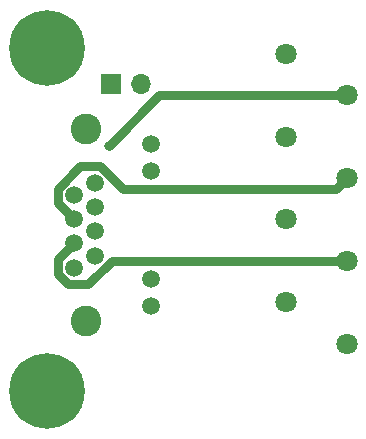
<source format=gbl>
G04 #@! TF.GenerationSoftware,KiCad,Pcbnew,8.0.4*
G04 #@! TF.CreationDate,2024-08-31T14:34:40+03:00*
G04 #@! TF.ProjectId,rj45-screw-terminals,726a3435-2d73-4637-9265-772d7465726d,rev?*
G04 #@! TF.SameCoordinates,Original*
G04 #@! TF.FileFunction,Copper,L2,Bot*
G04 #@! TF.FilePolarity,Positive*
%FSLAX46Y46*%
G04 Gerber Fmt 4.6, Leading zero omitted, Abs format (unit mm)*
G04 Created by KiCad (PCBNEW 8.0.4) date 2024-08-31 14:34:40*
%MOMM*%
%LPD*%
G01*
G04 APERTURE LIST*
G04 #@! TA.AperFunction,ComponentPad*
%ADD10C,1.500000*%
G04 #@! TD*
G04 #@! TA.AperFunction,ComponentPad*
%ADD11C,2.600000*%
G04 #@! TD*
G04 #@! TA.AperFunction,ComponentPad*
%ADD12C,0.800000*%
G04 #@! TD*
G04 #@! TA.AperFunction,ComponentPad*
%ADD13C,6.400000*%
G04 #@! TD*
G04 #@! TA.AperFunction,ComponentPad*
%ADD14R,1.700000X1.700000*%
G04 #@! TD*
G04 #@! TA.AperFunction,ComponentPad*
%ADD15O,1.700000X1.700000*%
G04 #@! TD*
G04 #@! TA.AperFunction,ComponentPad*
%ADD16C,1.800000*%
G04 #@! TD*
G04 #@! TA.AperFunction,ViaPad*
%ADD17C,0.800000*%
G04 #@! TD*
G04 #@! TA.AperFunction,Conductor*
%ADD18C,0.800000*%
G04 #@! TD*
G04 APERTURE END LIST*
D10*
G04 #@! TO.P,J1,1*
G04 #@! TO.N,Net-(J3-Pin_1)*
X74290000Y-111570000D03*
G04 #@! TO.P,J1,2*
G04 #@! TO.N,Net-(J3-Pin_2)*
X76070000Y-110550000D03*
G04 #@! TO.P,J1,3*
G04 #@! TO.N,Net-(J3-Pin_3)*
X74290000Y-109530000D03*
G04 #@! TO.P,J1,4*
G04 #@! TO.N,Net-(J3-Pin_4)*
X76070000Y-108510000D03*
G04 #@! TO.P,J1,5*
G04 #@! TO.N,Net-(J3-Pin_5)*
X74290000Y-107490000D03*
G04 #@! TO.P,J1,6*
G04 #@! TO.N,Net-(J3-Pin_6)*
X76070000Y-106470000D03*
G04 #@! TO.P,J1,7*
G04 #@! TO.N,Net-(J3-Pin_7)*
X74290000Y-105450000D03*
G04 #@! TO.P,J1,8*
G04 #@! TO.N,GND*
X76070000Y-104430000D03*
G04 #@! TO.P,J1,9*
G04 #@! TO.N,unconnected-(J1-Pad9)*
X80880000Y-114860000D03*
G04 #@! TO.P,J1,10*
G04 #@! TO.N,unconnected-(J1-Pad10)*
X80880000Y-112570000D03*
G04 #@! TO.P,J1,11*
G04 #@! TO.N,unconnected-(J1-Pad11)*
X80880000Y-103430000D03*
G04 #@! TO.P,J1,12*
G04 #@! TO.N,unconnected-(J1-Pad12)*
X80880000Y-101140000D03*
D11*
G04 #@! TO.P,J1,SH*
G04 #@! TO.N,Net-(J2-Pin_1)*
X75310000Y-99870000D03*
X75310000Y-116130000D03*
G04 #@! TD*
D12*
G04 #@! TO.P,H4,1,1*
G04 #@! TO.N,unconnected-(H4-Pad1)_3*
X69600000Y-93000000D03*
G04 #@! TO.N,unconnected-(H4-Pad1)_1*
X70302944Y-91302944D03*
G04 #@! TO.N,unconnected-(H4-Pad1)*
X70302944Y-94697056D03*
G04 #@! TO.N,unconnected-(H4-Pad1)_4*
X72000000Y-90600000D03*
D13*
G04 #@! TO.N,unconnected-(H4-Pad1)_7*
X72000000Y-93000000D03*
D12*
G04 #@! TO.N,unconnected-(H4-Pad1)_2*
X72000000Y-95400000D03*
G04 #@! TO.N,unconnected-(H4-Pad1)_8*
X73697056Y-91302944D03*
G04 #@! TO.N,unconnected-(H4-Pad1)_6*
X73697056Y-94697056D03*
G04 #@! TO.N,unconnected-(H4-Pad1)_5*
X74400000Y-93000000D03*
G04 #@! TD*
D14*
G04 #@! TO.P,J2,1,Pin_1*
G04 #@! TO.N,Net-(J2-Pin_1)*
X77460000Y-96000000D03*
D15*
G04 #@! TO.P,J2,2,Pin_2*
G04 #@! TO.N,GND*
X80000000Y-96000000D03*
G04 #@! TD*
D16*
G04 #@! TO.P,J3,1,Pin_1*
G04 #@! TO.N,Net-(J3-Pin_1)*
X97400000Y-118000000D03*
G04 #@! TO.P,J3,2,Pin_2*
G04 #@! TO.N,Net-(J3-Pin_2)*
X92300000Y-114500000D03*
G04 #@! TO.P,J3,3,Pin_3*
G04 #@! TO.N,Net-(J3-Pin_3)*
X97400000Y-111000000D03*
G04 #@! TO.P,J3,4,Pin_4*
G04 #@! TO.N,Net-(J3-Pin_4)*
X92300000Y-107500000D03*
G04 #@! TO.P,J3,5,Pin_5*
G04 #@! TO.N,Net-(J3-Pin_5)*
X97400000Y-104000000D03*
G04 #@! TO.P,J3,6,Pin_6*
G04 #@! TO.N,Net-(J3-Pin_6)*
X92300000Y-100500000D03*
G04 #@! TO.P,J3,7,Pin_7*
G04 #@! TO.N,Net-(J3-Pin_7)*
X97400000Y-97000000D03*
G04 #@! TO.P,J3,8,Pin_8*
G04 #@! TO.N,GND*
X92300000Y-93500000D03*
G04 #@! TD*
D12*
G04 #@! TO.P,H3,1,1*
G04 #@! TO.N,unconnected-(H3-Pad1)_1*
X69600000Y-122000000D03*
G04 #@! TO.N,unconnected-(H3-Pad1)_6*
X70302944Y-120302944D03*
G04 #@! TO.N,unconnected-(H3-Pad1)_8*
X70302944Y-123697056D03*
G04 #@! TO.N,unconnected-(H3-Pad1)_3*
X72000000Y-119600000D03*
D13*
G04 #@! TO.N,unconnected-(H3-Pad1)_4*
X72000000Y-122000000D03*
D12*
G04 #@! TO.N,unconnected-(H3-Pad1)_7*
X72000000Y-124400000D03*
G04 #@! TO.N,unconnected-(H3-Pad1)_2*
X73697056Y-120302944D03*
G04 #@! TO.N,unconnected-(H3-Pad1)_5*
X73697056Y-123697056D03*
G04 #@! TO.N,unconnected-(H3-Pad1)*
X74400000Y-122000000D03*
G04 #@! TD*
D17*
G04 #@! TO.N,Net-(J3-Pin_7)*
X77250000Y-101250000D03*
G04 #@! TD*
D18*
G04 #@! TO.N,Net-(J3-Pin_7)*
X81500000Y-97000000D02*
X97400000Y-97000000D01*
X77250000Y-101250000D02*
X81500000Y-97000000D01*
G04 #@! TO.N,Net-(J3-Pin_5)*
X74830811Y-103000000D02*
X72940000Y-104890811D01*
X97400000Y-104000000D02*
X96500000Y-104900000D01*
X78449189Y-104900000D02*
X76549189Y-103000000D01*
X72940000Y-104890811D02*
X72940000Y-106140000D01*
X72940000Y-106140000D02*
X74290000Y-107490000D01*
X76549189Y-103000000D02*
X74830811Y-103000000D01*
X96500000Y-104900000D02*
X78449189Y-104900000D01*
G04 #@! TO.N,Net-(J3-Pin_3)*
X73810811Y-113000000D02*
X72940000Y-112129189D01*
X72940000Y-110880000D02*
X74290000Y-109530000D01*
X75529189Y-113000000D02*
X73810811Y-113000000D01*
X77529189Y-111000000D02*
X75529189Y-113000000D01*
X97400000Y-111000000D02*
X77529189Y-111000000D01*
X72940000Y-112129189D02*
X72940000Y-110880000D01*
G04 #@! TD*
M02*

</source>
